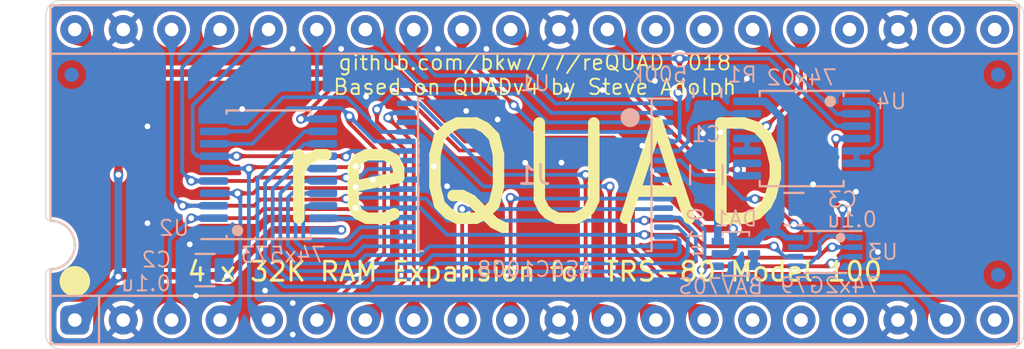
<source format=kicad_pcb>
(kicad_pcb (version 20221018) (generator pcbnew)
  (title_block (title "reQUAD") (date "2023-09-25") (rev "018") (company "Brian K. White - b.kenyon.w@gmail.com") (comment 1 "Original design by Steve Adolph"))
  (layers (0 "F.Cu" signal) (31 "B.Cu" signal) (34 "B.Paste" user) (35 "F.Paste" user) (36 "B.SilkS" user "B.Silkscreen") (37 "F.SilkS" user "F.Silkscreen") (38 "B.Mask" user) (39 "F.Mask" user) (44 "Edge.Cuts" user))
  (net 0 "")
  (net 1 "GND")
  (net 2 "/AD1")
  (net 3 "/AD3")
  (net 4 "/AD5")
  (net 5 "/AD7")
  (net 6 "/A9")
  (net 7 "/A11")
  (net 8 "/A13")
  (net 9 "/A15")
  (net 10 "/A14")
  (net 11 "/A12")
  (net 12 "/A10")
  (net 13 "/A8")
  (net 14 "/~{Y0}")
  (net 15 "/AD6")
  (net 16 "/AD4")
  (net 17 "/AD2")
  (net 18 "/AD0")
  (net 19 "VBUS")
  (net 22 "/A1")
  (net 23 "/A3")
  (net 24 "/A2")
  (net 25 "/A0")
  (net 26 "/A4")
  (net 27 "/A5")
  (net 28 "/A6")
  (net 29 "/A7")
  (net 30 "VMEM")
  (net 37 "/BUS_A15")
  (net 39 "/~{RD}")
  (net 40 "Net-(U4-Pad10)")
  (net 41 "/A16")
  (net 42 "Net-(U4-Pad1)")
  (net 43 "/RAM_RST")
  (net 44 "/IO{slash}~{M}")
  (net 45 "/ALE")
  (net 47 "/RESET")
  (net 48 "/~{WR}")
  (net 49 "/RAM_CE2")
  (net 50 "/BANK_LATCH")
  (footprint "000_LOCAL:TSOP32-14mm" (layer "B.Cu") (at 150 100 -90)
    (fp_text reference "U1")
    (fp_text value "AS6C1008")
  )
  (footprint "000_LOCAL:TSSOP-20_4.4x6.5mm_P0.65mm" (layer "B.Cu") (at 136.03 100)
    (fp_text reference "U2")
    (fp_text value "74x573")
  )
  (footprint "000_LOCAL:TSSOP-14_4.4x5mm_P0.65mm" (layer "B.Cu") (at 164 98.1 180)
    (fp_text reference "U4")
    (fp_text value "74x02")
  )
  (footprint "000_LOCAL:DIP-40_pins" (layer "B.Cu") (at 149.999293 100.000707)
    (fp_text reference "J1")
    (fp_text value "Model_100_System_BUS")
  )
  (footprint "000_LOCAL:C_0805" (layer "B.Cu") (at 159 100 90)
    (fp_text reference "C1")
    (fp_text value "0.1u")
  )
  (footprint "000_LOCAL:VSSOP-8_2.3x2mm_P0.5mm" (layer "B.Cu") (at 165.24 104.05 180)
    (fp_text reference "U3")
    (fp_text value "74x2G79")
  )
  (footprint "000_LOCAL:R_0805" (layer "B.Cu") (at 159.05 95.7 90)
    (fp_text reference "R1")
    (fp_text value "500k")
  )
  (footprint "000_LOCAL:Fiducial_0.75_1.5" (layer "B.Cu") (at 125.7 94.75)
    (fp_text reference "REF**" hide)
    (fp_text value "Fiducial_0.75_1.5" hide)
  )
  (footprint "000_LOCAL:SOT-363_symmetric" (layer "B.Cu") (at 160.55 104.15 180)
    (fp_text reference "DA1")
    (fp_text value "BAV70S")
  )
  (footprint "000_LOCAL:C_0805" (layer "B.Cu") (at 132.7 105 180)
    (fp_text reference "C2")
    (fp_text value "0.1u")
  )
  (footprint "000_LOCAL:Fiducial_0.75_1.5" (layer "B.Cu") (at 174.3 105.25)
    (fp_text reference "REF**" hide)
    (fp_text value "Fiducial_0.75_1.5" hide)
  )
  (footprint "000_LOCAL:C_0805" (layer "B.Cu") (at 163.6 101.8)
    (fp_text reference "C3")
    (fp_text value "0.1u")
  )
  (footprint "000_LOCAL:Fiducial_0.75_1.5" (layer "B.Cu") (at 174.3 94.75)
    (fp_text reference "F1" hide)
    (fp_text value "Fiducial_0.75_1.5" hide)
  )
  (gr_circle (center 125.87 105.588) (end 125.47 105.588) (stroke (width 0.8)) (fill none) (layer "F.SilkS"))
  (gr_line (start 174.892 90.856) (end 125.108 90.856) (stroke (width 0.05)) (layer "Edge.Cuts"))
  (gr_line (start 124.346 108.382) (end 124.346 105.207) (stroke (width 0.05)) (layer "Edge.Cuts"))
  (gr_line (start 124.346 102.159) (end 124.346 91.618) (stroke (width 0.05)) (layer "Edge.Cuts"))
  (gr_arc (start 175.654 108.382) (mid 175.430815 108.920815) (end 174.892 109.144) (stroke (width 0.05)) (layer "Edge.Cuts"))
  (gr_arc (start 124.6 102.413) (mid 125.87 103.683) (end 124.6 104.953) (stroke (width 0.05)) (layer "Edge.Cuts"))
  (gr_arc (start 124.346 105.207) (mid 124.420395 105.027395) (end 124.6 104.953) (stroke (width 0.05)) (layer "Edge.Cuts"))
  (gr_arc (start 174.892 90.856) (mid 175.430815 91.079185) (end 175.654 91.618) (stroke (width 0.05)) (layer "Edge.Cuts"))
  (gr_arc (start 124.6 102.413) (mid 124.420395 102.338605) (end 124.346 102.159) (stroke (width 0.05)) (layer "Edge.Cuts"))
  (gr_arc (start 124.346 91.618) (mid 124.569185 91.079185) (end 125.108 90.856) (stroke (width 0.05)) (layer "Edge.Cuts"))
  (gr_line (start 175.654 108.382) (end 175.654 91.618) (stroke (width 0.05)) (layer "Edge.Cuts"))
  (gr_line (start 125.108 109.144) (end 174.892 109.144) (stroke (width 0.05)) (layer "Edge.Cuts"))
  (gr_arc (start 125.108 109.144) (mid 124.569185 108.920815) (end 124.346 108.382) (stroke (width 0.05)) (layer "Edge.Cuts"))
  (gr_text "4 x 32K RAM Expansion for TRS-80 Model 100" (at 150 105.08) (layer "F.SilkS") (effects (font (size 1 1))))
  (gr_text "reQUAD" (at 150 100) (layer "F.SilkS") (effects (font (size 5 5) (thickness 0.6))))
  (gr_text "github.com/bkw777/reQUAD  ${REVISION}\nBased on QUADv4 by Steve Adolph" (at 150 94.75) (layer "F.SilkS") (effects (font (size 0.8 0.8) (thickness 0.1))))
  (via (at 146.4 96.65) (size 0.5) (drill 0.3) (layers "F.Cu" "B.Cu") (net 1))
  (via (at 149.492 99.365) (size 0.5) (drill 0.3) (layers "F.Cu" "B.Cu") (net 1))
  (via (at 139.84 93.396) (size 0.5) (drill 0.3) (layers "F.Cu" "B.Cu") (net 1))
  (via (at 144.92 93.396) (size 0.5) (drill 0.3) (layers "F.Cu" "B.Cu") (net 1))
  (via (at 158.825 97.825) (size 0.5) (drill 0.3) (layers "F.Cu" "B.Cu") (net 1))
  (via (at 129.68 97.46) (size 0.5) (drill 0.3) (layers "F.Cu" "B.Cu") (net 1))
  (via (at 148.05 97.1) (size 0.5) (drill 0.3) (layers "F.Cu" "B.Cu") (net 1))
  (via (at 132.22 106.35) (size 0.5) (drill 0.3) (layers "F.Cu" "B.Cu") (net 1))
  (via (at 137.3 108.382) (size 0.5) (drill 0.3) (layers "F.Cu" "B.Cu") (net 1))
  (via (at 161.125 94.95) (size 0.5) (drill 0.3) (layers "F.Cu" "B.Cu") (net 1))
  (via (at 168 104.05) (size 0.5) (drill 0.3) (layers "F.Cu" "B.Cu") (net 1))
  (via (at 151.651 95.555) (size 0.5) (drill 0.3) (layers "F.Cu" "B.Cu") (net 1))
  (via (at 135.85 106.075) (size 0.5) (drill 0.3) (layers "F.Cu" "B.Cu") (net 1))
  (via (at 137.3 106.731) (size 0.5) (drill 0.3) (layers "F.Cu" "B.Cu") (net 1))
  (via (at 129.68 102.54) (size 0.5) (drill 0.3) (layers "F.Cu" "B.Cu") (net 1))
  (via (at 141.15 95.9) (size 0.5) (drill 0.3) (layers "F.Cu" "B.Cu") (net 1))
  (via (at 141.5 100.25) (size 0.5) (drill 0.3) (layers "F.Cu" "B.Cu") (net 1))
  (via (at 147.46 93.396) (size 0.5) (drill 0.3) (layers "F.Cu" "B.Cu") (net 1))
  (via (at 159.725 97.775) (size 0.5) (drill 0.3) (layers "F.Cu" "B.Cu") (net 1))
  (via (at 145.4 100.6) (size 0.5) (drill 0.3) (layers "F.Cu" "B.Cu") (net 1))
  (via (at 137.3 93.396) (size 0.5) (drill 0.3) (layers "F.Cu" "B.Cu") (net 1))
  (via (at 166.85 100.889) (size 0.5) (drill 0.3) (layers "F.Cu" "B.Cu") (net 1))
  (via (at 164.6 100.5) (size 0.5) (drill 0.3) (layers "F.Cu" "B.Cu") (net 1))
  (via (at 155.6388 98.476) (size 0.5) (drill 0.3) (layers "F.Cu" "B.Cu") (net 1))
  (via (at 153.556 95.555) (size 0.5) (drill 0.3) (layers "F.Cu" "B.Cu") (net 1))
  (via (at 134.65 96.55) (size 0.5) (drill 0.3) (layers "F.Cu" "B.Cu") (net 1))
  (via (at 156.3 95.075) (size 0.5) (drill 0.3) (layers "F.Cu" "B.Cu") (net 1))
  (via (at 144.7 99.55) (size 0.5) (drill 0.3) (layers "F.Cu" "B.Cu") (net 1))
  (via (at 131.9 103.65) (size 0.5) (drill 0.3) (layers "F.Cu" "B.Cu") (net 1))
  (via (at 151.397 99.365) (size 0.5) (drill 0.3) (layers "F.Cu" "B.Cu") (net 1))
  (segment (start 158.9 103.75) (end 157.55 102.4) (width 0.2) (layer "F.Cu") (net 2))
  (segment (start 140.05 101.3) (end 135.6 101.3) (width 0.2) (layer "F.Cu") (net 2))
  (segment (start 140.1 101.25) (end 140.05 101.3) (width 0.2) (layer "F.Cu") (net 2))
  (segment (start 135.6 101.3) (end 135.275 101.625) (width 0.2) (layer "F.Cu") (net 2))
  (segment (start 162.55 103.75) (end 158.9 103.75) (width 0.2) (layer "F.Cu") (net 2))
  (segment (start 135.275 101.625) (end 131.525 101.625) (width 0.2) (layer "F.Cu") (net 2))
  (segment (start 157.55 102.4) (end 155.75 102.4) (width 0.2) (layer "F.Cu") (net 2))
  (via (at 162.55 103.75) (size 0.5) (drill 0.3) (layers "F.Cu" "B.Cu") (net 2))
  (via (at 140.1 101.25) (size 0.5) (drill 0.3) (layers "F.Cu" "B.Cu") (net 2))
  (via (at 131.525 101.625) (size 0.5) (drill 0.3) (layers "F.Cu" "B.Cu") (net 2))
  (via (at 155.75 102.4) (size 0.5) (drill 0.3) (layers "F.Cu" "B.Cu") (net 2))
  (segment (start 145.415 102.4) (end 144.265 101.25) (width 0.2) (layer "B.Cu") (net 2))
  (segment (start 130.95 101.05) (end 131.525 101.625) (width 0.2) (layer "B.Cu") (net 2))
  (segment (start 143.2 101.2) (end 143.25 101.25) (width 0.2) (layer "B.Cu") (net 2))
  (segment (start 155.75 102.4) (end 145.415 102.4) (width 0.2) (layer "B.Cu") (net 2))
  (segment (start 163.1 104.3) (end 163.69 104.3) (width 0.2) (layer "B.Cu") (net 2))
  (segment (start 130.95 101.05) (end 130.95 92.38) (width 0.2) (layer "B.Cu") (net 2))
  (segment (start 140.15 101.2) (end 143.2 101.2) (width 0.2) (layer "B.Cu") (net 2))
  (segment (start 162.55 103.75) (end 163.1 104.3) (width 0.2) (layer "B.Cu") (net 2))
  (segment (start 140.1 101.25) (end 140.15 101.2) (width 0.2) (layer "B.Cu") (net 2))
  (segment (start 144.265 101.25) (end 143.25 101.25) (width 0.2) (layer "B.Cu") (net 2))
  (segment (start 133.1675 101.625) (end 131.525 101.625) (width 0.2) (layer "B.Cu") (net 2))
  (segment (start 135.4 100.15) (end 140.1 100.15) (width 0.2) (layer "F.Cu") (net 3))
  (segment (start 131.975 100.325) (end 135.225 100.325) (width 0.2) (layer "F.Cu") (net 3))
  (segment (start 135.225 100.325) (end 135.4 100.15) (width 0.2) (layer "F.Cu") (net 3))
  (via (at 140.1 100.15) (size 0.5) (drill 0.3) (layers "F.Cu" "B.Cu") (net 3))
  (via (at 131.975 100.325) (size 0.5) (drill 0.3) (layers "F.Cu" "B.Cu") (net 3))
  (segment (start 140.1 100.15) (end 140.15 100.1) (width 0.2) (layer "B.Cu") (net 3))
  (segment (start 131.5 94.37) (end 133.49 92.38) (width 0.2) (layer "B.Cu") (net 3))
  (segment (start 140.15 100.1) (end 140.85 100.1) (width 0.2) (layer "B.Cu") (net 3))
  (segment (start 131.5 99.85) (end 131.5 94.37) (width 0.2) (layer "B.Cu") (net 3))
  (segment (start 131.975 100.325) (end 131.5 99.85) (width 0.2) (layer "B.Cu") (net 3))
  (segment (start 133.1675 100.325) (end 131.975 100.325) (width 0.2) (layer "B.Cu") (net 3))
  (segment (start 141.25 99.7) (end 143.2 99.7) (width 0.2) (layer "B.Cu") (net 3))
  (segment (start 143.2 99.7) (end 143.25 99.75) (width 0.2) (layer "B.Cu") (net 3))
  (segment (start 140.85 100.1) (end 141.25 99.7) (width 0.2) (layer "B.Cu") (net 3))
  (segment (start 134.35 99.025) (end 140.075 99.025) (width 0.2) (layer "F.Cu") (net 4))
  (segment (start 140.075 99.025) (end 140.1 99.05) (width 0.2) (layer "F.Cu") (net 4))
  (via (at 140.1 99.05) (size 0.5) (drill 0.3) (layers "F.Cu" "B.Cu") (net 4))
  (via (at 134.35 99.025) (size 0.5) (drill 0.3) (layers "F.Cu" "B.Cu") (net 4))
  (segment (start 133.1675 99.025) (end 132.3 99.025) (width 0.2) (layer "B.Cu") (net 4))
  (segment (start 132.3 99.025) (end 132.05 98.775) (width 0.2) (layer "B.Cu") (net 4))
  (segment (start 140.1 99.05) (end 140.4 98.75) (width 0.2) (layer "B.Cu") (net 4))
  (segment (start 132.05 98.775) (end 132.05 96.36) (width 0.2) (layer "B.Cu") (net 4))
  (segment (start 132.05 96.36) (end 136.03 92.38) (width 0.2) (layer "B.Cu") (net 4))
  (segment (start 133.1675 99.025) (end 134.35 99.025) (width 0.2) (layer "B.Cu") (net 4))
  (segment (start 140.4 98.75) (end 143.25 98.75) (width 0.2) (layer "B.Cu") (net 4))
  (segment (start 138.57 95.806) (end 138.57 95.816) (width 0.2) (layer "B.Cu") (net 5))
  (segment (start 141.95 97.75) (end 140.136 95.936) (width 0.2) (layer "B.Cu") (net 5))
  (segment (start 136.792 95.936) (end 135.003 97.725) (width 0.2) (layer "B.Cu") (net 5))
  (segment (start 138.57 95.816) (end 138.45 95.936) (width 0.2) (layer "B.Cu") (net 5))
  (segment (start 138.57 95.806) (end 138.57 92.38) (width 0.2) (layer "B.Cu") (net 5))
  (segment (start 140.136 95.936) (end 138.45 95.936) (width 0.2) (layer "B.Cu") (net 5))
  (segment (start 143.25 97.75) (end 141.95 97.75) (width 0.2) (layer "B.Cu") (net 5))
  (segment (start 135.003 97.725) (end 133.1675 97.725) (width 0.2) (layer "B.Cu") (net 5))
  (segment (start 138.7 95.936) (end 138.57 95.806) (width 0.2) (layer "B.Cu") (net 5))
  (segment (start 138.45 95.936) (end 136.792 95.936) (width 0.2) (layer "B.Cu") (net 5))
  (segment (start 144.03 95.3) (end 141.11 92.38) (width 0.2) (layer "B.Cu") (net 6))
  (segment (start 156.75 96.75) (end 150.85 96.75) (width 0.2) (layer "B.Cu") (net 6))
  (segment (start 150.85 96.75) (end 149.4 95.3) (width 0.2) (layer "B.Cu") (net 6))
  (segment (start 149.4 95.3) (end 144.03 95.3) (width 0.2) (layer "B.Cu") (net 6))
  (segment (start 149.619 94.793) (end 144.793 94.793) (width 0.2) (layer "B.Cu") (net 7))
  (segment (start 144.793 94.793) (end 143.65 93.65) (width 0.2) (layer "B.Cu") (net 7))
  (segment (start 156.75 96.25) (end 151.076 96.25) (width 0.2) (layer "B.Cu") (net 7))
  (segment (start 151.076 96.25) (end 149.619 94.793) (width 0.2) (layer "B.Cu") (net 7))
  (segment (start 143.65 93.65) (end 143.65 92.38) (width 0.2) (layer "B.Cu") (net 7))
  (segment (start 148.9 96.35) (end 146.19 93.64) (width 0.2) (layer "F.Cu") (net 8))
  (segment (start 146.19 93.64) (end 146.19 92.38) (width 0.2) (layer "F.Cu") (net 8))
  (via (at 148.9 96.35) (size 0.5) (drill 0.3) (layers "F.Cu" "B.Cu") (net 8))
  (segment (start 150.3 97.75) (end 156.75 97.75) (width 0.2) (layer "B.Cu") (net 8))
  (segment (start 148.9 96.35) (end 150.3 97.75) (width 0.2) (layer "B.Cu") (net 8))
  (segment (start 161.55 101.27) (end 162.27 101.27) (width 0.2) (layer "F.Cu") (net 9))
  (segment (start 162.27 101.27) (end 163.6 102.6) (width 0.2) (layer "F.Cu") (net 9))
  (via (at 163.6 102.6) (size 0.5) (drill 0.3) (layers "F.Cu" "B.Cu") (net 9))
  (via (at 161.55 101.27) (size 0.5) (drill 0.3) (layers "F.Cu" "B.Cu") (net 9))
  (segment (start 160.922 101.27) (end 159.662 100.01) (width 0.2) (layer "B.Cu") (net 9))
  (segment (start 164.475 103.625) (end 164.3 103.8) (width 0.2) (layer "B.Cu") (net 9))
  (segment (start 164.475 102.975) (end 164.475 103.625) (width 0.2) (layer "B.Cu") (net 9))
  (segment (start 161.55 101.27) (end 160.922 101.27) (width 0.2) (layer "B.Cu") (net 9))
  (segment (start 164.3 103.8) (end 163.69 103.8) (width 0.2) (layer "B.Cu") (net 9))
  (segment (start 164.3 102.8) (end 164.475 102.975) (width 0.2) (layer "B.Cu") (net 9))
  (segment (start 159.662 100.01) (end 158.392 100.01) (width 0.2) (layer "B.Cu") (net 9))
  (segment (start 158.392 100.01) (end 157.632 99.25) (width 0.2) (layer "B.Cu") (net 9))
  (segment (start 157.632 99.25) (end 156.75 99.25) (width 0.2) (layer "B.Cu") (net 9))
  (segment (start 163.8 102.8) (end 164.3 102.8) (width 0.2) (layer "B.Cu") (net 9))
  (segment (start 163.6 102.6) (end 163.8 102.8) (width 0.2) (layer "B.Cu") (net 9))
  (segment (start 148.725 101.2) (end 148.73 101.205) (width 0.2) (layer "F.Cu") (net 10))
  (segment (start 148.73 101.205) (end 148.73 107.62) (width 0.2) (layer "F.Cu") (net 10))
  (via (at 148.725 101.2) (size 0.5) (drill 0.3) (layers "F.Cu" "B.Cu") (net 10))
  (segment (start 148.725 101.2) (end 148.775 101.25) (width 0.2) (layer "B.Cu") (net 10))
  (segment (start 148.775 101.25) (end 156.75 101.25) (width 0.2) (layer "B.Cu") (net 10))
  (segment (start 146.19 101.8) (end 146.19 107.62) (width 0.2) (layer "F.Cu") (net 11))
  (via (at 146.19 101.8) (size 0.5) (drill 0.3) (layers "F.Cu" "B.Cu") (net 11))
  (segment (start 156.7 101.8) (end 156.75 101.75) (width 0.2) (layer "B.Cu") (net 11))
  (segment (start 146.19 101.8) (end 156.7 101.8) (width 0.2) (layer "B.Cu") (net 11))
  (segment (start 142.3 97) (end 143.65 98.35) (width 0.2) (layer "F.Cu") (net 12))
  (segment (start 143.65 98.35) (end 143.65 107.62) (width 0.2) (layer "F.Cu") (net 12))
  (via (at 142.3 97) (size 0.5) (drill 0.3) (layers "F.Cu" "B.Cu") (net 12))
  (segment (start 142.55 96.75) (end 143.25 96.75) (width 0.2) (layer "B.Cu") (net 12))
  (segment (start 142.3 97) (end 142.55 96.75) (width 0.2) (layer "B.Cu") (net 12))
  (segment (start 143.2 105.53) (end 141.11 107.62) (width 0.2) (layer "F.Cu") (net 13))
  (segment (start 143.2 98.7) (end 143.2 105.53) (width 0.2) (layer "F.Cu") (net 13))
  (segment (start 141.7196 96.571) (end 141.7196 97.2196) (width 0.2) (layer "F.Cu") (net 13))
  (segment (start 141.7196 97.2196) (end 143.2 98.7) (width 0.2) (layer "F.Cu") (net 13))
  (via (at 141.7196 96.571) (size 0.5) (drill 0.3) (layers "F.Cu" "B.Cu") (net 13))
  (segment (start 142.5406 95.75) (end 149.15 95.75) (width 0.2) (layer "B.Cu") (net 13))
  (segment (start 150.65 97.25) (end 156.75 97.25) (width 0.2) (layer "B.Cu") (net 13))
  (segment (start 149.15 95.75) (end 150.65 97.25) (width 0.2) (layer "B.Cu") (net 13))
  (segment (start 141.7196 96.571) (end 142.5406 95.75) (width 0.2) (layer "B.Cu") (net 13))
  (segment (start 166.8625 96.8) (end 165.85 96.8) (width 0.2) (layer "B.Cu") (net 14))
  (segment (start 165.85 96.8) (end 161.43 92.38) (width 0.2) (layer "B.Cu") (net 14))
  (segment (start 142.1 104.09) (end 138.57 107.62) (width 0.2) (layer "F.Cu") (net 15))
  (segment (start 140.2718 97.2822) (end 142.1 99.1104) (width 0.2) (layer "F.Cu") (net 15))
  (segment (start 142.1 99.1104) (end 142.1 104.09) (width 0.2) (layer "F.Cu") (net 15))
  (segment (start 140.2718 96.9266) (end 140.2718 97.2822) (width 0.2) (layer "F.Cu") (net 15))
  (via (at 140.2718 96.9266) (size 0.5) (drill 0.3) (layers "F.Cu" "B.Cu") (net 15))
  (segment (start 139.8452 96.5) (end 137.0535 96.5) (width 0.2) (layer "B.Cu") (net 15))
  (segment (start 140.2718 96.9266) (end 139.8452 96.5) (width 0.2) (layer "B.Cu") (net 15))
  (segment (start 141.5952 98.25) (end 143.25 98.25) (width 0.2) (layer "B.Cu") (net 15))
  (segment (start 135.1785 98.375) (end 133.1675 98.375) (width 0.2) (layer "B.Cu") (net 15))
  (segment (start 137.0535 96.5) (end 135.1785 98.375) (width 0.2) (layer "B.Cu") (net 15))
  (segment (start 140.2718 96.9266) (end 141.5952 98.25) (width 0.2) (layer "B.Cu") (net 15))
  (segment (start 135 99.675) (end 135.075 99.6) (width 0.2) (layer "F.Cu") (net 16))
  (segment (start 140.55 99.6) (end 140.6 99.55) (width 0.2) (layer "F.Cu") (net 16))
  (segment (start 135.075 99.6) (end 140.55 99.6) (width 0.2) (layer "F.Cu") (net 16))
  (via (at 135 99.675) (size 0.5) (drill 0.3) (layers "F.Cu" "B.Cu") (net 16))
  (via (at 140.6 99.55) (size 0.5) (drill 0.3) (layers "F.Cu" "B.Cu") (net 16))
  (segment (start 140.9 99.25) (end 143.25 99.25) (width 0.2) (layer "B.Cu") (net 16))
  (segment (start 135 106.59) (end 136.03 107.62) (width 0.2) (layer "B.Cu") (net 16))
  (segment (start 140.6 99.55) (end 140.9 99.25) (width 0.2) (layer "B.Cu") (net 16))
  (segment (start 135 99.675) (end 133.1675 99.675) (width 0.2) (layer "B.Cu") (net 16))
  (segment (start 135 99.675) (end 135 106.59) (width 0.2) (layer "B.Cu") (net 16))
  (segment (start 135.225 100.975) (end 135.5 100.7) (width 0.2) (layer "F.Cu") (net 17))
  (segment (start 135.5 100.7) (end 140.55 100.7) (width 0.2) (layer "F.Cu") (net 17))
  (segment (start 140.55 100.7) (end 140.6 100.65) (width 0.2) (layer "F.Cu") (net 17))
  (segment (start 134.4 100.975) (end 135.225 100.975) (width 0.2) (layer "F.Cu") (net 17))
  (via (at 134.4 100.975) (size 0.5) (drill 0.3) (layers "F.Cu" "B.Cu") (net 17))
  (via (at 140.6 100.65) (size 0.5) (drill 0.3) (layers "F.Cu" "B.Cu") (net 17))
  (segment (start 134.55 101.125) (end 134.55 106.56) (width 0.2) (layer "B.Cu") (net 17))
  (segment (start 143.25 100.75) (end 143.2 100.8) (width 0.2) (layer "B.Cu") (net 17))
  (segment (start 140.75 100.8) (end 140.6 100.65) (width 0.2) (layer "B.Cu") (net 17))
  (segment (start 143.2 100.8) (end 140.75 100.8) (width 0.2) (layer "B.Cu") (net 17))
  (segment (start 134.4 100.975) (end 134.55 101.125) (width 0.2) (layer "B.Cu") (net 17))
  (segment (start 133.1675 100.975) (end 134.4 100.975) (width 0.2) (layer "B.Cu") (net 17))
  (segment (start 134.55 106.56) (end 133.49 107.62) (width 0.2) (layer "B.Cu") (net 17))
  (segment (start 157.65 103.15) (end 155.75 103.15) (width 0.2) (layer "F.Cu") (net 18))
  (segment (start 164.85 104.35) (end 158.85 104.35) (width 0.2) (layer "F.Cu") (net 18))
  (segment (start 140.55 101.8) (end 135.75 101.8) (width 0.2) (layer "F.Cu") (net 18))
  (segment (start 165.6 103.8) (end 165.4 103.8) (width 0.2) (layer "F.Cu") (net 18))
  (segment (start 140.6 101.75) (end 140.55 101.8) (width 0.2) (layer "F.Cu") (net 18))
  (segment (start 135.75 101.8) (end 135.275 102.275) (width 0.2) (layer "F.Cu") (net 18))
  (segment (start 158.85 104.35) (end 157.65 103.15) (width 0.2) (layer "F.Cu") (net 18))
  (segment (start 135.275 102.275) (end 131.975 102.275) (width 0.2) (layer "F.Cu") (net 18))
  (segment (start 165.4 103.8) (end 164.85 104.35) (width 0.2) (layer "F.Cu") (net 18))
  (via (at 155.75 103.15) (size 0.5) (drill 0.3) (layers "F.Cu" "B.Cu") (net 18))
  (via (at 140.6 101.75) (size 0.5) (drill 0.3) (layers "F.Cu" "B.Cu") (net 18))
  (via (at 165.6 103.8) (size 0.5) (drill 0.3) (layers "F.Cu" "B.Cu") (net 18))
  (via (at 131.975 102.275) (size 0.5) (drill 0.3) (layers "F.Cu" "B.Cu") (net 18))
  (segment (start 131.975 102.275) (end 130.85 103.4) (width 0.2) (layer "B.Cu") (net 18))
  (segment (start 140.6 101.75) (end 143.25 101.75) (width 0.2) (layer "B.Cu") (net 18))
  (segment (start 133.1675 102.275) (end 131.975 102.275) (width 0.2) (layer "B.Cu") (net 18))
  (segment (start 165.6 103.8) (end 166.79 103.8) (width 0.2) (layer "B.Cu") (net 18))
  (segment (start 144.003 101.75) (end 143.25 101.75) (width 0.2) (layer "B.Cu") (net 18))
  (segment (start 145.403 103.15) (end 144.003 101.75) (width 0.2) (layer "B.Cu") (net 18))
  (segment (start 130.85 107.52) (end 130.95 107.62) (width 0.2) (layer "B.Cu") (net 18))
  (segment (start 155.75 103.15) (end 145.403 103.15) (width 0.2) (layer "B.Cu") (net 18))
  (segment (start 130.85 103.4) (end 130.85 107.52) (width 0.2) (layer "B.Cu") (net 18))
  (segment (start 142.888 94.666) (end 146.372 98.15) (width 0.4) (layer "F.Cu") (net 19))
  (segment (start 146.372 98.15) (end 154.119 98.15) (width 0.4) (layer "F.Cu") (net 19))
  (segment (start 128.145 105.345) (end 128.19 105.3) (width 0.4) (layer "F.Cu") (net 19))
  (segment (start 128.156 94.666) (end 142.888 94.666) (width 0.4) (layer "F.Cu") (net 19))
  (segment (start 128.156 100) (end 128.156 94.666) (width 0.4) (layer "F.Cu") (net 19))
  (segment (start 128.156 94.666) (end 125.87 92.38) (width 0.4) (layer "F.Cu") (net 19))
  (segment (start 136.26 102.89) (end 139.86 102.89) (width 0.4) (layer "F.Cu") (net 19))
  (segment (start 158.798 102.829) (end 160.4 102.829) (width 0.4) (layer "F.Cu") (net 19))
  (segment (start 128.19 105.3) (end 133.85 105.3) (width 0.4) (layer "F.Cu") (net 19))
  (segment (start 154.119 98.15) (end 158.798 102.829) (width 0.4) (layer "F.Cu") (net 19))
  (segment (start 133.85 105.3) (end 136.26 102.89) (width 0.4) (layer "F.Cu") (net 19))
  (via (at 160.4 102.829) (size 0.5) (drill 0.3) (layers "F.Cu" "B.Cu") (net 19))
  (via (at 128.145 105.345) (size 0.5) (drill 0.3) (layers "F.Cu" "B.Cu") (net 19))
  (via (at 133.85 105.3) (size 0.5) (drill 0.3) (layers "F.Cu" "B.Cu") (net 19))
  (via (at 128.156 100) (size 0.5) (drill 0.3) (layers "F.Cu" "B.Cu") (net 19))
  (via (at 139.86 102.89) (size 0.5) (drill 0.3) (layers "F.Cu" "B.Cu") (net 19))
  (segment (start 160.2 104.15) (end 159.6 104.15) (width 0.4) (layer "B.Cu") (net 19))
  (segment (start 162.9 96.975) (end 162.075 96.15) (width 0.4) (layer "B.Cu") (net 19))
  (segment (start 128.15 100.006) (end 128.15 105.34) (width 0.4) (layer "B.Cu") (net 19))
  (segment (start 128.15 105.34) (end 128.145 105.345) (width 0.4) (layer "B.Cu") (net 19))
  (segment (start 160.4 103.95) (end 160.2 104.15) (width 0.4) (layer "B.Cu") (net 19))
  (segment (start 128.156 100) (end 128.15 100.006) (width 0.4) (layer "B.Cu") (net 19))
  (segment (start 162.9 102.044) (end 162.9 96.975) (width 0.4) (layer "B.Cu") (net 19))
  (segment (start 162.6 103.025) (end 162.6 101.8) (width 0.4) (layer "B.Cu") (net 19))
  (segment (start 162.85 101.8) (end 162.6 101.8) (width 0.4) (layer "B.Cu") (net 19))
  (segment (start 162.075 96.15) (end 161.1375 96.15) (width 0.4) (layer "B.Cu") (net 19))
  (segment (start 162.827 101.823) (end 162.85 101.8) (width 0.4) (layer "B.Cu") (net 19))
  (segment (start 161.5 103.5) (end 160.4 103.5) (width 0.4) (layer "B.Cu") (net 19))
  (segment (start 162.827 102.032) (end 162.827 101.823) (width 0.4) (layer "B.Cu") (net 19))
  (segment (start 128.145 105.345) (end 125.87 107.62) (width 0.4) (layer "B.Cu") (net 19))
  (segment (start 160.4 102.829) (end 160.4 103.95) (width 0.4) (layer "B.Cu") (net 19))
  (segment (start 162.9 103.025) (end 163.175 103.3) (width 0.3) (layer "B.Cu") (net 19))
  (segment (start 163.175 103.3) (end 163.69 103.3) (width 0.3) (layer "B.Cu") (net 19))
  (segment (start 162.6 103.025) (end 162.9 103.025) (width 0.3) (layer "B.Cu") (net 19))
  (segment (start 161.6125 103.5) (end 161.5 103.5) (width 0.4) (layer "B.Cu") (net 19))
  (segment (start 162.6 103.025) (end 162.0875 103.025) (width 0.4) (layer "B.Cu") (net 19))
  (segment (start 139.825 102.925) (end 138.8925 102.925) (width 0.4) (layer "B.Cu") (net 19))
  (segment (start 162.827 102.117) (end 162.9 102.044) (width 0.4) (layer "B.Cu") (net 19))
  (segment (start 162.0875 103.025) (end 161.6125 103.5) (width 0.4) (layer "B.Cu") (net 19))
  (segment (start 139.86 102.89) (end 139.825 102.925) (width 0.4) (layer "B.Cu") (net 19))
  (segment (start 138.025 101.625) (end 137.85 101.8) (width 0.2) (layer "B.Cu") (net 22))
  (segment (start 137.85 103.3) (end 138 103.45) (width 0.2) (layer "B.Cu") (net 22))
  (segment (start 138 103.45) (end 140.15 103.45) (width 0.2) (layer "B.Cu") (net 22))
  (segment (start 137.85 101.8) (end 137.85 103.3) (width 0.2) (layer "B.Cu") (net 22))
  (segment (start 140.85 102.75) (end 143.25 102.75) (width 0.2) (layer "B.Cu") (net 22))
  (segment (start 138.8925 101.625) (end 138.025 101.625) (width 0.2) (layer "B.Cu") (net 22))
  (segment (start 140.15 103.45) (end 140.85 102.75) (width 0.2) (layer "B.Cu") (net 22))
  (segment (start 141.025 103.75) (end 143.25 103.75) (width 0.2) (layer "B.Cu") (net 23))
  (segment (start 137.05 103.7) (end 137.6 104.25) (width 0.2) (layer "B.Cu") (net 23))
  (segment (start 140.525 104.25) (end 141.025 103.75) (width 0.2) (layer "B.Cu") (net 23))
  (segment (start 138.8925 100.325) (end 137.9275 100.325) (width 0.2) (layer "B.Cu") (net 23))
  (segment (start 137.05 101.2025) (end 137.05 103.7) (width 0.2) (layer "B.Cu") (net 23))
  (segment (start 137.9275 100.325) (end 137.05 101.2025) (width 0.2) (layer "B.Cu") (net 23))
  (segment (start 137.6 104.25) (end 140.525 104.25) (width 0.2) (layer "B.Cu") (net 23))
  (segment (start 140.925 103.25) (end 140.325 103.85) (width 0.2) (layer "B.Cu") (net 24))
  (segment (start 137.45 103.5) (end 137.45 101.45) (width 0.2) (layer "B.Cu") (net 24))
  (segment (start 137.8 103.85) (end 137.45 103.5) (width 0.2) (layer "B.Cu") (net 24))
  (segment (start 143.25 103.25) (end 140.925 103.25) (width 0.2) (layer "B.Cu") (net 24))
  (segment (start 137.925 100.975) (end 138.8925 100.975) (width 0.2) (layer "B.Cu") (net 24))
  (segment (start 137.45 101.45) (end 137.925 100.975) (width 0.2) (layer "B.Cu") (net 24))
  (segment (start 140.325 103.85) (end 137.8 103.85) (width 0.2) (layer "B.Cu") (net 24))
  (segment (start 143.2 102.3) (end 138.9175 102.3) (width 0.2) (layer "B.Cu") (net 25))
  (segment (start 143.25 102.25) (end 143.2 102.3) (width 0.2) (layer "B.Cu") (net 25))
  (segment (start 138.9175 102.3) (end 138.8925 102.275) (width 0.2) (layer "B.Cu") (net 25))
  (segment (start 144.472 103.75) (end 156.75 103.75) (width 0.2) (layer "B.Cu") (net 26))
  (segment (start 138.8925 99.675) (end 137.9425 99.675) (width 0.2) (layer "B.Cu") (net 26))
  (segment (start 141.1336 104.2164) (end 144.0056 104.2164) (width 0.2) (layer "B.Cu") (net 26))
  (segment (start 137.9425 99.675) (end 136.65 100.9675) (width 0.2) (layer "B.Cu") (net 26))
  (segment (start 136.65 103.9) (end 137.4 104.65) (width 0.2) (layer "B.Cu") (net 26))
  (segment (start 144.0056 104.2164) (end 144.472 103.75) (width 0.2) (layer "B.Cu") (net 26))
  (segment (start 140.7 104.65) (end 141.1336 104.2164) (width 0.2) (layer "B.Cu") (net 26))
  (segment (start 136.65 100.9675) (end 136.65 103.9) (width 0.2) (layer "B.Cu") (net 26))
  (segment (start 137.4 104.65) (end 140.7 104.65) (width 0.2) (layer "B.Cu") (net 26))
  (segment (start 157.4 103.25) (end 156.75 103.25) (width 0.2) (layer "B.Cu") (net 27))
  (segment (start 137.9575 99.025) (end 136.25 100.7325) (width 0.2) (layer "B.Cu") (net 27))
  (segment (start 136.25 100.7325) (end 136.25 104.1) (width 0.2) (layer "B.Cu") (net 27))
  (segment (start 157.4336 104.2164) (end 157.5946 104.0554) (width 0.2) (layer "B.Cu") (net 27))
  (segment (start 141.2768 104.6482) (end 144.2088 104.6482) (width 0.2) (layer "B.Cu") (net 27))
  (segment (start 140.875 105.05) (end 141.2768 104.6482) (width 0.2) (layer "B.Cu") (net 27))
  (segment (start 157.5946 103.4446) (end 157.4 103.25) (width 0.2) (layer "B.Cu") (net 27))
  (segment (start 157.5946 104.0554) (end 157.5946 103.4446) (width 0.2) (layer "B.Cu") (net 27))
  (segment (start 137.2 105.05) (end 140.875 105.05) (width 0.2) (layer "B.Cu") (net 27))
  (segment (start 144.6406 104.2164) (end 157.4336 104.2164) (width 0.2) (layer "B.Cu") (net 27))
  (segment (start 136.25 104.1) (end 137.2 105.05) (width 0.2) (layer "B.Cu") (net 27))
  (segment (start 144.2088 104.6482) (end 144.6406 104.2164) (width 0.2) (layer "B.Cu") (net 27))
  (segment (start 138.8925 99.025) (end 137.9575 99.025) (width 0.2) (layer "B.Cu") (net 27))
  (segment (start 158.025 103.2752) (end 157.4998 102.75) (width 0.2) (layer "B.Cu") (net 28))
  (segment (start 144.8438 104.6482) (end 157.6018 104.6482) (width 0.2) (layer "B.Cu") (net 28))
  (segment (start 157.6018 104.6482) (end 158.025 104.225) (width 0.2) (layer "B.Cu") (net 28))
  (segment (start 137 105.45) (end 141.05 105.45) (width 0.2) (layer "B.Cu") (net 28))
  (segment (start 141.4454 105.0546) (end 144.4374 105.0546) (width 0.2) (layer "B.Cu") (net 28))
  (segment (start 157.4998 102.75) (end 156.75 102.75) (width 0.2) (layer "B.Cu") (net 28))
  (segment (start 137.925 98.375) (end 135.85 100.45) (width 0.2) (layer "B.Cu") (net 28))
  (segment (start 135.85 104.3) (end 137 105.45) (width 0.2) (layer "B.Cu") (net 28))
  (segment (start 144.4374 105.0546) (end 144.8438 104.6482) (width 0.2) (layer "B.Cu") (net 28))
  (segment (start 135.85 100.45) (end 135.85 104.3) (width 0.2) (layer "B.Cu") (net 28))
  (segment (start 158.025 104.225) (end 158.025 103.2752) (width 0.2) (layer "B.Cu") (net 28))
  (segment (start 138.8925 98.375) (end 137.925 98.375) (width 0.2) (layer "B.Cu") (net 28))
  (segment (start 141.05 105.45) (end 141.4454 105.0546) (width 0.2) (layer "B.Cu") (net 28))
  (segment (start 135.45 100.2) (end 137.925 97.725) (width 0.2) (layer "B.Cu") (net 29))
  (segment (start 157.6 102.25) (end 158.45 103.1) (width 0.2) (layer "B.Cu") (net 29))
  (segment (start 158.45 103.1) (end 158.45 104.4375) (width 0.2) (layer "B.Cu") (net 29))
  (segment (start 158.45 104.4375) (end 157.8075 105.08) (width 0.2) (layer "B.Cu") (net 29))
  (segment (start 141.2076 105.8674) (end 136.8174 105.8674) (width 0.2) (layer "B.Cu") (net 29))
  (segment (start 145.047 105.08) (end 144.6406 105.4864) (width 0.2) (layer "B.Cu") (net 29))
  (segment (start 144.6406 105.4864) (end 141.5886 105.4864) (width 0.2) (layer "B.Cu") (net 29))
  (segment (start 137.925 97.725) (end 138.8925 97.725) (width 0.2) (layer "B.Cu") (net 29))
  (segment (start 136.8174 105.8674) (end 135.45 104.5) (width 0.2) (layer "B.Cu") (net 29))
  (segment (start 156.75 102.25) (end 157.6 102.25) (width 0.2) (layer "B.Cu") (net 29))
  (segment (start 157.8075 105.08) (end 145.047 105.08) (width 0.2) (layer "B.Cu") (net 29))
  (segment (start 141.5886 105.4864) (end 141.2076 105.8674) (width 0.2) (layer "B.Cu") (net 29))
  (segment (start 135.45 104.5) (end 135.45 100.2) (width 0.2) (layer "B.Cu") (net 29))
  (segment (start 158.65 100.65) (end 158.325 100.65) (width 0.3) (layer "B.Cu") (net 30))
  (segment (start 159 101) (end 159.6 101.6) (width 0.4) (layer "B.Cu") (net 30))
  (segment (start 158.675 101) (end 158.325 100.65) (width 0.3) (layer "B.Cu") (net 30))
  (segment (start 157.425 99.75) (end 156.75 99.75) (width 0.3) (layer "B.Cu") (net 30))
  (segment (start 158.325 100.65) (end 157.425 99.75) (width 0.3) (layer "B.Cu") (net 30))
  (segment (start 159 101) (end 158.65 100.65) (width 0.3) (layer "B.Cu") (net 30))
  (segment (start 159.6 101.6) (end 159.6 103.5) (width 0.4) (layer "B.Cu") (net 30))
  (segment (start 159 101) (end 158.675 101) (width 0.3) (layer "B.Cu") (net 30))
  (segment (start 154.3434 94.92) (end 151.27 94.92) (width 0.2) (layer "F.Cu") (net 37))
  (segment (start 159.1484 99.725) (end 154.3434 94.92) (width 0.2) (layer "F.Cu") (net 37))
  (segment (start 151.27 94.92) (end 148.73 92.38) (width 0.2) (layer "F.Cu") (net 37))
  (segment (start 160.625 99.725) (end 159.1484 99.725) (width 0.2) (layer "F.Cu") (net 37))
  (via (at 160.625 99.725) (size 0.5) (drill 0.3) (layers "F.Cu" "B.Cu") (net 37))
  (segment (start 160.625 99.725) (end 160.625 99.4) (width 0.2) (layer "B.Cu") (net 37))
  (segment (start 160.625 99.725) (end 160.625 100.05) (width 0.2) (layer "B.Cu") (net 37))
  (segment (start 160.625 99.4) (end 161.1375 99.4) (width 0.2) (layer "B.Cu") (net 37))
  (segment (start 160.625 100.05) (end 161.1375 100.05) (width 0.2) (layer "B.Cu") (net 37))
  (segment (start 152.667 106.477) (end 153.81 107.62) (width 0.2) (layer "F.Cu") (net 39))
  (segment (start 152.667 100) (end 152.667 106.477) (width 0.2) (layer "F.Cu") (net 39))
  (via (at 152.667 100) (size 0.5) (drill 0.3) (layers "F.Cu" "B.Cu") (net 39))
  (segment (start 147.714 100) (end 143.964 96.25) (width 0.2) (layer "B.Cu") (net 39))
  (segment (start 152.667 100) (end 147.714 100) (width 0.2) (layer "B.Cu") (net 39))
  (segment (start 143.964 96.25) (end 143.25 96.25) (width 0.2) (layer "B.Cu") (net 39))
  (segment (start 161.1375 98.75) (end 161.1375 98.1) (width 0.2) (layer "B.Cu") (net 40))
  (segment (start 165.4 104.8) (end 165.55 104.65) (width 0.2) (layer "F.Cu") (net 41))
  (segment (start 158.75 105) (end 158.95 104.8) (width 0.2) (layer "F.Cu") (net 41))
  (segment (start 158.95 104.8) (end 165.4 104.8) (width 0.2) (layer "F.Cu") (net 41))
  (via (at 165.55 104.65) (size 0.5) (drill 0.3) (layers "F.Cu" "B.Cu") (net 41))
  (via (at 158.75 105) (size 0.5) (drill 0.3) (layers "F.Cu" "B.Cu") (net 41))
  (segment (start 157.475 100.75) (end 156.75 100.75) (width 0.2) (layer "B.Cu") (net 41))
  (segment (start 157.775 101.05) (end 157.475 100.75) (width 0.2) (layer "B.Cu") (net 41))
  (segment (start 165.75 104.65) (end 166.1 104.3) (width 0.2) (layer "B.Cu") (net 41))
  (segment (start 158.9 104.85) (end 158.9 102.8548) (width 0.2) (layer "B.Cu") (net 41))
  (segment (start 166.1 104.3) (end 166.79 104.3) (width 0.2) (layer "B.Cu") (net 41))
  (segment (start 165.55 104.65) (end 165.75 104.65) (width 0.2) (layer "B.Cu") (net 41))
  (segment (start 158.9 102.8548) (end 157.775 101.7298) (width 0.2) (layer "B.Cu") (net 41))
  (segment (start 157.775 101.7298) (end 157.775 101.05) (width 0.2) (layer "B.Cu") (net 41))
  (segment (start 158.75 105) (end 158.9 104.85) (width 0.2) (layer "B.Cu") (net 41))
  (segment (start 167.975 98.4) (end 167.975 96.5125) (width 0.2) (layer "B.Cu") (net 42))
  (segment (start 166.9625 96.25) (end 166.8625 96.15) (width 0.2) (layer "B.Cu") (net 42))
  (segment (start 167.7125 96.25) (end 166.9625 96.25) (width 0.2) (layer "B.Cu") (net 42))
  (segment (start 166.8625 98.75) (end 166.8625 99.4) (width 0.2) (layer "B.Cu") (net 42))
  (segment (start 166.8625 98.75) (end 166.9625 98.65) (width 0.2) (layer "B.Cu") (net 42))
  (segment (start 166.9625 98.65) (end 167.725 98.65) (width 0.2) (layer "B.Cu") (net 42))
  (segment (start 167.975 96.5125) (end 167.7125 96.25) (width 0.2) (layer "B.Cu") (net 42))
  (segment (start 167.725 98.65) (end 167.975 98.4) (width 0.2) (layer "B.Cu") (net 42))
  (segment (start 171.59 107.62) (end 169.37 105.4) (width 0.4) (layer "B.Cu") (net 43))
  (segment (start 162.225 105.4) (end 161.625 104.8) (width 0.4) (layer "B.Cu") (net 43))
  (segment (start 161.5 104.8) (end 161.5 104.15) (width 0.4) (layer "B.Cu") (net 43))
  (segment (start 161.625 104.8) (end 161.5 104.8) (width 0.4) (layer "B.Cu") (net 43))
  (segment (start 169.37 105.4) (end 162.225 105.4) (width 0.4) (layer "B.Cu") (net 43))
  (segment (start 153.937 105.207) (end 156.35 107.62) (width 0.2) (layer "F.Cu") (net 44))
  (segment (start 153.937 100.6096) (end 153.937 105.207) (width 0.2) (layer "F.Cu") (net 44))
  (via (at 153.937 100.6096) (size 0.5) (drill 0.3) (layers "F.Cu" "B.Cu") (net 44))
  (segment (start 143.948 97.25) (end 143.25 97.25) (width 0.2) (layer "B.Cu") (net 44))
  (segment (start 153.937 100.6096) (end 147.3076 100.6096) (width 0.2) (layer "B.Cu") (net 44))
  (segment (start 147.3076 100.6096) (end 143.948 97.25) (width 0.2) (layer "B.Cu") (net 44))
  (segment (start 146.058 98.725) (end 153.8304 98.725) (width 0.2) (layer "F.Cu") (net 45))
  (segment (start 137.725 97.075) (end 139.625 95.175) (width 0.2) (layer "F.Cu") (net 45))
  (segment (start 139.625 95.175) (end 142.508 95.175) (width 0.2) (layer "F.Cu") (net 45))
  (segment (start 142.508 95.175) (end 146.058 98.725) (width 0.2) (layer "F.Cu") (net 45))
  (segment (start 153.8304 98.725) (end 155.15 100.0446) (width 0.2) (layer "F.Cu") (net 45))
  (segment (start 155.15 100.0446) (end 155.15 103.88) (width 0.2) (layer "F.Cu") (net 45))
  (segment (start 155.15 103.88) (end 158.89 107.62) (width 0.2) (layer "F.Cu") (net 45))
  (via (at 137.725 97.075) (size 0.5) (drill 0.3) (layers "F.Cu" "B.Cu") (net 45))
  (segment (start 137.725 97.075) (end 138.8925 97.075) (width 0.2) (layer "B.Cu") (net 45))
  (segment (start 163.97 95.63) (end 163.97 92.38) (width 0.2) (layer "F.Cu") (net 47))
  (segment (start 162.15 97.45) (end 163.97 95.63) (width 0.2) (layer "F.Cu") (net 47))
  (via (at 162.15 97.45) (size 0.5) (drill 0.3) (layers "F.Cu" "B.Cu") (net 47))
  (segment (start 161.1375 97.45) (end 162.15 97.45) (width 0.2) (layer "B.Cu") (net 47))
  (segment (start 157.6 95.625) (end 157.6 93.904) (width 0.2) (layer "F.Cu") (net 48))
  (segment (start 157.525 95.7) (end 157.6 95.625) (width 0.2) (layer "F.Cu") (net 48))
  (via (at 157.525 95.7) (size 0.5) (drill 0.3) (layers "F.Cu" "B.Cu") (net 48))
  (via (at 157.6 93.904) (size 0.5) (drill 0.3) (layers "F.Cu" "B.Cu") (net 48))
  (segment (start 165.85 97.45) (end 166.8625 97.45) (width 0.2) (layer "B.Cu") (net 48))
  (segment (start 157.6 95.775) (end 157.6 98.0575) (width 0.2) (layer "B.Cu") (net 48))
  (segment (start 157.4075 98.25) (end 156.75 98.25) (width 0.2) (layer "B.Cu") (net 48))
  (segment (start 157.6 93.904) (end 162.304 93.904) (width 0.2) (layer "B.Cu") (net 48))
  (segment (start 157.6 98.0575) (end 157.4075 98.25) (width 0.2) (layer "B.Cu") (net 48))
  (segment (start 157.525 95.7) (end 157.6 95.775) (width 0.2) (layer "B.Cu") (net 48))
  (segment (start 157.6 93.904) (end 155.334 93.904) (width 0.2) (layer "B.Cu") (net 48))
  (segment (start 162.304 93.904) (end 165.85 97.45) (width 0.2) (layer "B.Cu") (net 48))
  (segment (start 155.334 93.904) (end 153.81 92.38) (width 0.2) (layer "B.Cu") (net 48))
  (segment (start 158.05 98.25) (end 158.05 97.411) (width 0.2) (layer "B.Cu") (net 49))
  (segment (start 156.75 98.75) (end 157.55 98.75) (width 0.2) (layer "B.Cu") (net 49))
  (segment (start 161.1375 96.8) (end 159.2375 96.8) (width 0.2) (layer "B.Cu") (net 49))
  (segment (start 159.2375 96.8) (end 159.05 96.6125) (width 0.2) (layer "B.Cu") (net 49))
  (segment (start 158.05 97.411) (end 158.8485 96.6125) (width 0.2) (layer "B.Cu") (net 49))
  (segment (start 157.55 98.75) (end 158.05 98.25) (width 0.2) (layer "B.Cu") (net 49))
  (segment (start 158.8485 96.6125) (end 159.05 96.6125) (width 0.2) (layer "B.Cu") (net 49))
  (segment (start 166.15 101.8) (end 165.8 101.45) (width 0.2) (layer "F.Cu") (net 50))
  (segment (start 165.8 101.45) (end 165.8 98.1) (width 0.2) (layer "F.Cu") (net 50))
  (via (at 165.8 98.1) (size 0.5) (drill 0.3) (layers "F.Cu" "B.Cu") (net 50))
  (via (at 166.15 101.8) (size 0.5) (drill 0.3) (layers "F.Cu" "B.Cu") (net 50))
  (segment (start 164.3 104.8) (end 163.69 104.8) (width 0.2) (layer "B.Cu") (net 50))
  (segment (start 164.95 103.55) (end 164.95 104.15) (width 0.2) (layer "B.Cu") (net 50))
  (segment (start 164.95 104.15) (end 164.3 104.8) (width 0.2) (layer "B.Cu") (net 50))
  (segment (start 165.282 103.218) (end 164.95 103.55) (width 0.2) (layer "B.Cu") (net 50))
  (segment (start 166.69 103.2) (end 165.3 103.2) (width 0.2) (layer "B.Cu") (net 50))
  (segment (start 166.79 103.3) (end 166.69 103.2) (width 0.2) (layer "B.Cu") (net 50))
  (segment (start 165.3 103.2) (end 165.282 103.218) (width 0.2) (layer "B.Cu") (net 50))
  (segment (start 166.15 101.8) (end 166.15 103.2) (width 0.2) (layer "B.Cu") (net 50))
  (segment (start 165.8 98.1) (end 166.8625 98.1) (width 0.2) (layer "B.Cu") (net 50))
  (zone (net 1) (net_name "GND") (layers "F&B.Cu") (connect_pads yes (clearance 0.2)) (min_thickness 0.2) (fill yes (thermal_gap 0.3) (thermal_bridge_width 0.3) (smoothing fillet) (radius 0.1))
    (polygon (pts (xy 124.346 109.144) (xy 175.654 109.144) (xy 175.654 90.856) (xy 124.346 90.856)))
  )
)
</source>
